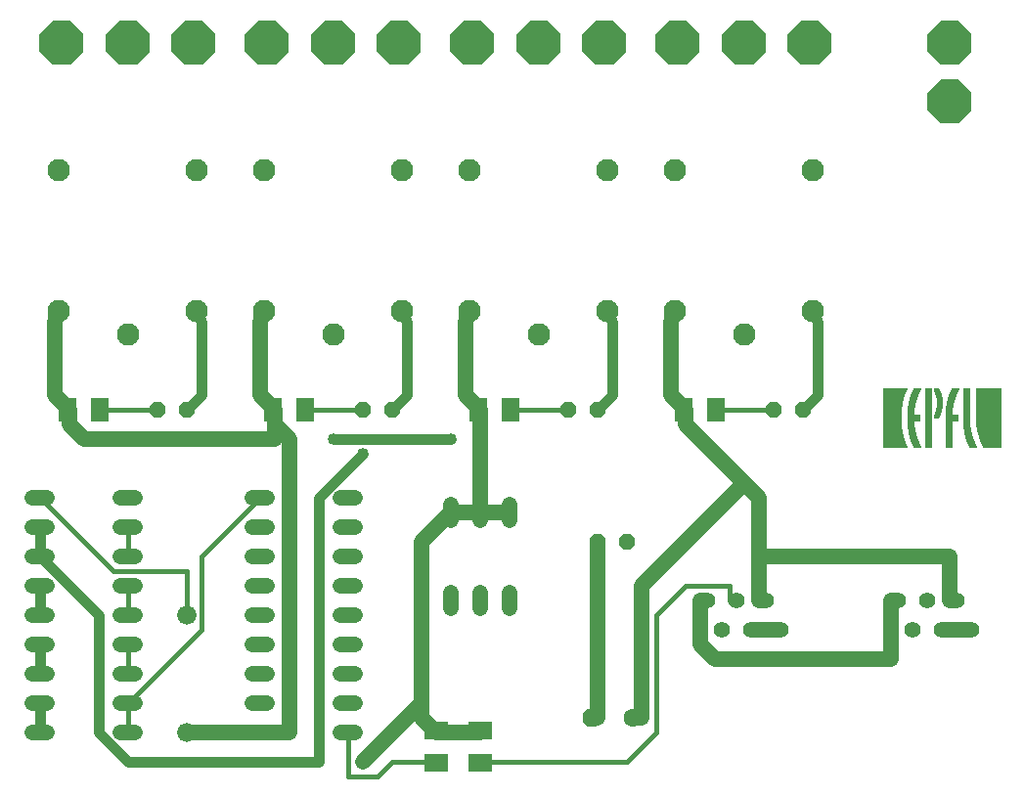
<source format=gtl>
G75*
G70*
%OFA0B0*%
%FSLAX24Y24*%
%IPPOS*%
%LPD*%
%AMOC8*
5,1,8,0,0,1.08239X$1,22.5*
%
%ADD10C,0.0010*%
%ADD11R,0.0630X0.0787*%
%ADD12OC8,0.0520*%
%ADD13C,0.0554*%
%ADD14C,0.0520*%
%ADD15C,0.0660*%
%ADD16OC8,0.0630*%
%ADD17C,0.0630*%
%ADD18R,0.0787X0.0630*%
%ADD19C,0.0768*%
%ADD20OC8,0.1500*%
%ADD21C,0.0540*%
%ADD22C,0.0400*%
%ADD23C,0.0180*%
%ADD24C,0.0360*%
D10*
X034332Y011944D02*
X034332Y013944D01*
X035132Y013944D01*
X035046Y013707D01*
X034983Y013464D01*
X034945Y013215D01*
X034932Y012964D01*
X034932Y012924D01*
X034945Y012673D01*
X034983Y012424D01*
X035046Y012180D01*
X035132Y011944D01*
X034332Y011944D01*
X034332Y011951D02*
X035129Y011951D01*
X035126Y011960D02*
X034332Y011960D01*
X034332Y011968D02*
X035123Y011968D01*
X035120Y011977D02*
X034332Y011977D01*
X034332Y011985D02*
X035117Y011985D01*
X035114Y011994D02*
X034332Y011994D01*
X034332Y012002D02*
X035110Y012002D01*
X035107Y012011D02*
X034332Y012011D01*
X034332Y012019D02*
X035104Y012019D01*
X035101Y012028D02*
X034332Y012028D01*
X034332Y012036D02*
X035098Y012036D01*
X035095Y012045D02*
X034332Y012045D01*
X034332Y012053D02*
X035092Y012053D01*
X035089Y012062D02*
X034332Y012062D01*
X034332Y012070D02*
X035086Y012070D01*
X035083Y012079D02*
X034332Y012079D01*
X034332Y012087D02*
X035080Y012087D01*
X035076Y012096D02*
X034332Y012096D01*
X034332Y012104D02*
X035073Y012104D01*
X035070Y012113D02*
X034332Y012113D01*
X034332Y012121D02*
X035067Y012121D01*
X035064Y012130D02*
X034332Y012130D01*
X034332Y012138D02*
X035061Y012138D01*
X035058Y012147D02*
X034332Y012147D01*
X034332Y012155D02*
X035055Y012155D01*
X035052Y012164D02*
X034332Y012164D01*
X034332Y012172D02*
X035049Y012172D01*
X035046Y012181D02*
X034332Y012181D01*
X034332Y012189D02*
X035043Y012189D01*
X035041Y012198D02*
X034332Y012198D01*
X034332Y012206D02*
X035039Y012206D01*
X035037Y012215D02*
X034332Y012215D01*
X034332Y012223D02*
X035035Y012223D01*
X035033Y012232D02*
X034332Y012232D01*
X034332Y012240D02*
X035030Y012240D01*
X035028Y012249D02*
X034332Y012249D01*
X034332Y012257D02*
X035026Y012257D01*
X035024Y012266D02*
X034332Y012266D01*
X034332Y012274D02*
X035022Y012274D01*
X035019Y012283D02*
X034332Y012283D01*
X034332Y012291D02*
X035017Y012291D01*
X035015Y012300D02*
X034332Y012300D01*
X034332Y012308D02*
X035013Y012308D01*
X035011Y012317D02*
X034332Y012317D01*
X034332Y012325D02*
X035009Y012325D01*
X035006Y012334D02*
X034332Y012334D01*
X034332Y012342D02*
X035004Y012342D01*
X035002Y012351D02*
X034332Y012351D01*
X034332Y012359D02*
X035000Y012359D01*
X034998Y012368D02*
X034332Y012368D01*
X034332Y012376D02*
X034996Y012376D01*
X034993Y012385D02*
X034332Y012385D01*
X034332Y012393D02*
X034991Y012393D01*
X034989Y012402D02*
X034332Y012402D01*
X034332Y012410D02*
X034987Y012410D01*
X034985Y012419D02*
X034332Y012419D01*
X034332Y012427D02*
X034983Y012427D01*
X034982Y012436D02*
X034332Y012436D01*
X034332Y012444D02*
X034980Y012444D01*
X034979Y012453D02*
X034332Y012453D01*
X034332Y012461D02*
X034978Y012461D01*
X034976Y012470D02*
X034332Y012470D01*
X034332Y012478D02*
X034975Y012478D01*
X034974Y012487D02*
X034332Y012487D01*
X034332Y012495D02*
X034972Y012495D01*
X034971Y012504D02*
X034332Y012504D01*
X034332Y012512D02*
X034970Y012512D01*
X034969Y012521D02*
X034332Y012521D01*
X034332Y012529D02*
X034967Y012529D01*
X034966Y012538D02*
X034332Y012538D01*
X034332Y012546D02*
X034965Y012546D01*
X034963Y012555D02*
X034332Y012555D01*
X034332Y012563D02*
X034962Y012563D01*
X034961Y012572D02*
X034332Y012572D01*
X034332Y012580D02*
X034959Y012580D01*
X034958Y012589D02*
X034332Y012589D01*
X034332Y012597D02*
X034957Y012597D01*
X034955Y012606D02*
X034332Y012606D01*
X034332Y012614D02*
X034954Y012614D01*
X034953Y012623D02*
X034332Y012623D01*
X034332Y012631D02*
X034952Y012631D01*
X034950Y012640D02*
X034332Y012640D01*
X034332Y012648D02*
X034949Y012648D01*
X034948Y012657D02*
X034332Y012657D01*
X034332Y012665D02*
X034946Y012665D01*
X034945Y012674D02*
X034332Y012674D01*
X034332Y012682D02*
X034945Y012682D01*
X034944Y012691D02*
X034332Y012691D01*
X034332Y012699D02*
X034944Y012699D01*
X034943Y012708D02*
X034332Y012708D01*
X034332Y012716D02*
X034943Y012716D01*
X034942Y012725D02*
X034332Y012725D01*
X034332Y012733D02*
X034942Y012733D01*
X034941Y012742D02*
X034332Y012742D01*
X034332Y012750D02*
X034941Y012750D01*
X034941Y012759D02*
X034332Y012759D01*
X034332Y012767D02*
X034940Y012767D01*
X034940Y012776D02*
X034332Y012776D01*
X034332Y012784D02*
X034939Y012784D01*
X034939Y012793D02*
X034332Y012793D01*
X034332Y012801D02*
X034938Y012801D01*
X034938Y012810D02*
X034332Y012810D01*
X034332Y012818D02*
X034937Y012818D01*
X034937Y012827D02*
X034332Y012827D01*
X034332Y012835D02*
X034936Y012835D01*
X034936Y012844D02*
X034332Y012844D01*
X034332Y012852D02*
X034936Y012852D01*
X034935Y012861D02*
X034332Y012861D01*
X034332Y012869D02*
X034935Y012869D01*
X034934Y012878D02*
X034332Y012878D01*
X034332Y012886D02*
X034934Y012886D01*
X034933Y012895D02*
X034332Y012895D01*
X034332Y012903D02*
X034933Y012903D01*
X034932Y012912D02*
X034332Y012912D01*
X034332Y012920D02*
X034932Y012920D01*
X034932Y012929D02*
X034332Y012929D01*
X034332Y012937D02*
X034932Y012937D01*
X034932Y012946D02*
X034332Y012946D01*
X034332Y012954D02*
X034932Y012954D01*
X034932Y012963D02*
X034332Y012963D01*
X034332Y012971D02*
X034932Y012971D01*
X034932Y012980D02*
X034332Y012980D01*
X034332Y012988D02*
X034933Y012988D01*
X034933Y012997D02*
X034332Y012997D01*
X034332Y013005D02*
X034934Y013005D01*
X034934Y013014D02*
X034332Y013014D01*
X034332Y013022D02*
X034935Y013022D01*
X034935Y013031D02*
X034332Y013031D01*
X034332Y013039D02*
X034936Y013039D01*
X034936Y013048D02*
X034332Y013048D01*
X034332Y013056D02*
X034937Y013056D01*
X034937Y013065D02*
X034332Y013065D01*
X034332Y013073D02*
X034938Y013073D01*
X034938Y013082D02*
X034332Y013082D01*
X034332Y013090D02*
X034938Y013090D01*
X034939Y013099D02*
X034332Y013099D01*
X034332Y013107D02*
X034939Y013107D01*
X034940Y013116D02*
X034332Y013116D01*
X034332Y013124D02*
X034940Y013124D01*
X034941Y013133D02*
X034332Y013133D01*
X034332Y013141D02*
X034941Y013141D01*
X034942Y013150D02*
X034332Y013150D01*
X034332Y013158D02*
X034942Y013158D01*
X034943Y013167D02*
X034332Y013167D01*
X034332Y013175D02*
X034943Y013175D01*
X034943Y013184D02*
X034332Y013184D01*
X034332Y013192D02*
X034944Y013192D01*
X034944Y013201D02*
X034332Y013201D01*
X034332Y013209D02*
X034945Y013209D01*
X034946Y013218D02*
X034332Y013218D01*
X034332Y013226D02*
X034947Y013226D01*
X034948Y013235D02*
X034332Y013235D01*
X034332Y013243D02*
X034949Y013243D01*
X034951Y013252D02*
X034332Y013252D01*
X034332Y013260D02*
X034952Y013260D01*
X034953Y013269D02*
X034332Y013269D01*
X034332Y013277D02*
X034955Y013277D01*
X034956Y013286D02*
X034332Y013286D01*
X034332Y013294D02*
X034957Y013294D01*
X034959Y013303D02*
X034332Y013303D01*
X034332Y013311D02*
X034960Y013311D01*
X034961Y013320D02*
X034332Y013320D01*
X034332Y013328D02*
X034963Y013328D01*
X034964Y013337D02*
X034332Y013337D01*
X034332Y013345D02*
X034965Y013345D01*
X034966Y013354D02*
X034332Y013354D01*
X034332Y013362D02*
X034968Y013362D01*
X034969Y013371D02*
X034332Y013371D01*
X034332Y013379D02*
X034970Y013379D01*
X034972Y013388D02*
X034332Y013388D01*
X034332Y013396D02*
X034973Y013396D01*
X034974Y013405D02*
X034332Y013405D01*
X034332Y013413D02*
X034976Y013413D01*
X034977Y013422D02*
X034332Y013422D01*
X034332Y013430D02*
X034978Y013430D01*
X034979Y013439D02*
X034332Y013439D01*
X034332Y013447D02*
X034981Y013447D01*
X034982Y013456D02*
X034332Y013456D01*
X034332Y013464D02*
X034983Y013464D01*
X034986Y013473D02*
X034332Y013473D01*
X034332Y013481D02*
X034988Y013481D01*
X034990Y013490D02*
X034332Y013490D01*
X034332Y013498D02*
X034992Y013498D01*
X034994Y013507D02*
X034332Y013507D01*
X034332Y013515D02*
X034996Y013515D01*
X034999Y013524D02*
X034332Y013524D01*
X034332Y013532D02*
X035001Y013532D01*
X035003Y013541D02*
X034332Y013541D01*
X034332Y013549D02*
X035005Y013549D01*
X035007Y013558D02*
X034332Y013558D01*
X034332Y013566D02*
X035010Y013566D01*
X035012Y013575D02*
X034332Y013575D01*
X034332Y013583D02*
X035014Y013583D01*
X035016Y013592D02*
X034332Y013592D01*
X034332Y013600D02*
X035018Y013600D01*
X035020Y013609D02*
X034332Y013609D01*
X034332Y013617D02*
X035023Y013617D01*
X035025Y013626D02*
X034332Y013626D01*
X034332Y013634D02*
X035027Y013634D01*
X035029Y013643D02*
X034332Y013643D01*
X034332Y013651D02*
X035031Y013651D01*
X035033Y013660D02*
X034332Y013660D01*
X034332Y013668D02*
X035036Y013668D01*
X035038Y013677D02*
X034332Y013677D01*
X034332Y013685D02*
X035040Y013685D01*
X035042Y013694D02*
X034332Y013694D01*
X034332Y013702D02*
X035044Y013702D01*
X035047Y013711D02*
X034332Y013711D01*
X034332Y013719D02*
X035050Y013719D01*
X035053Y013728D02*
X034332Y013728D01*
X034332Y013736D02*
X035056Y013736D01*
X035059Y013745D02*
X034332Y013745D01*
X034332Y013753D02*
X035062Y013753D01*
X035065Y013762D02*
X034332Y013762D01*
X034332Y013770D02*
X035068Y013770D01*
X035072Y013779D02*
X034332Y013779D01*
X034332Y013787D02*
X035075Y013787D01*
X035078Y013796D02*
X034332Y013796D01*
X034332Y013804D02*
X035081Y013804D01*
X035084Y013813D02*
X034332Y013813D01*
X034332Y013821D02*
X035087Y013821D01*
X035090Y013830D02*
X034332Y013830D01*
X034332Y013838D02*
X035093Y013838D01*
X035096Y013847D02*
X034332Y013847D01*
X034332Y013855D02*
X035099Y013855D01*
X035102Y013864D02*
X034332Y013864D01*
X034332Y013872D02*
X035106Y013872D01*
X035109Y013881D02*
X034332Y013881D01*
X034332Y013889D02*
X035112Y013889D01*
X035115Y013898D02*
X034332Y013898D01*
X034332Y013906D02*
X035118Y013906D01*
X035121Y013915D02*
X034332Y013915D01*
X034332Y013923D02*
X035124Y013923D01*
X035127Y013932D02*
X034332Y013932D01*
X034332Y013940D02*
X035130Y013940D01*
X035353Y013847D02*
X035568Y013847D01*
X035572Y013855D02*
X035356Y013855D01*
X035360Y013864D02*
X035576Y013864D01*
X035580Y013872D02*
X035363Y013872D01*
X035366Y013881D02*
X035583Y013881D01*
X035587Y013889D02*
X035370Y013889D01*
X035373Y013898D02*
X035591Y013898D01*
X035595Y013906D02*
X035376Y013906D01*
X035380Y013915D02*
X035599Y013915D01*
X035602Y013923D02*
X035383Y013923D01*
X035387Y013932D02*
X035606Y013932D01*
X035610Y013940D02*
X035390Y013940D01*
X035391Y013944D02*
X035612Y013944D01*
X035516Y013730D01*
X035444Y013507D01*
X035395Y013277D01*
X035198Y013277D01*
X035197Y013269D02*
X035394Y013269D01*
X035395Y013277D02*
X035372Y013044D01*
X035572Y013044D01*
X035572Y012844D01*
X035372Y012844D01*
X035395Y012611D01*
X035444Y012381D01*
X035516Y012158D01*
X035612Y011944D01*
X035391Y011944D01*
X035298Y012179D01*
X035230Y012422D01*
X035188Y012671D01*
X035172Y012924D01*
X035172Y012944D01*
X035186Y013201D01*
X035227Y013456D01*
X035296Y013704D01*
X035391Y013944D01*
X035349Y013838D02*
X035564Y013838D01*
X035561Y013830D02*
X035346Y013830D01*
X035343Y013821D02*
X035557Y013821D01*
X035553Y013813D02*
X035339Y013813D01*
X035336Y013804D02*
X035549Y013804D01*
X035545Y013796D02*
X035332Y013796D01*
X035329Y013787D02*
X035542Y013787D01*
X035538Y013779D02*
X035326Y013779D01*
X035322Y013770D02*
X035534Y013770D01*
X035530Y013762D02*
X035319Y013762D01*
X035316Y013753D02*
X035526Y013753D01*
X035523Y013745D02*
X035312Y013745D01*
X035309Y013736D02*
X035519Y013736D01*
X035515Y013728D02*
X035305Y013728D01*
X035302Y013719D02*
X035512Y013719D01*
X035510Y013711D02*
X035299Y013711D01*
X035296Y013702D02*
X035507Y013702D01*
X035504Y013694D02*
X035293Y013694D01*
X035291Y013685D02*
X035501Y013685D01*
X035499Y013677D02*
X035288Y013677D01*
X035286Y013668D02*
X035496Y013668D01*
X035493Y013660D02*
X035284Y013660D01*
X035281Y013651D02*
X035490Y013651D01*
X035488Y013643D02*
X035279Y013643D01*
X035277Y013634D02*
X035485Y013634D01*
X035482Y013626D02*
X035274Y013626D01*
X035272Y013617D02*
X035479Y013617D01*
X035477Y013609D02*
X035270Y013609D01*
X035267Y013600D02*
X035474Y013600D01*
X035471Y013592D02*
X035265Y013592D01*
X035263Y013583D02*
X035468Y013583D01*
X035466Y013575D02*
X035260Y013575D01*
X035258Y013566D02*
X035463Y013566D01*
X035460Y013558D02*
X035255Y013558D01*
X035253Y013549D02*
X035457Y013549D01*
X035455Y013541D02*
X035251Y013541D01*
X035248Y013532D02*
X035452Y013532D01*
X035449Y013524D02*
X035246Y013524D01*
X035244Y013515D02*
X035446Y013515D01*
X035444Y013507D02*
X035241Y013507D01*
X035239Y013498D02*
X035442Y013498D01*
X035440Y013490D02*
X035237Y013490D01*
X035234Y013481D02*
X035438Y013481D01*
X035436Y013473D02*
X035232Y013473D01*
X035230Y013464D02*
X035435Y013464D01*
X035433Y013456D02*
X035227Y013456D01*
X035226Y013447D02*
X035431Y013447D01*
X035429Y013439D02*
X035224Y013439D01*
X035223Y013430D02*
X035427Y013430D01*
X035426Y013422D02*
X035222Y013422D01*
X035220Y013413D02*
X035424Y013413D01*
X035422Y013405D02*
X035219Y013405D01*
X035217Y013396D02*
X035420Y013396D01*
X035419Y013388D02*
X035216Y013388D01*
X035215Y013379D02*
X035417Y013379D01*
X035415Y013371D02*
X035213Y013371D01*
X035212Y013362D02*
X035413Y013362D01*
X035411Y013354D02*
X035211Y013354D01*
X035209Y013345D02*
X035410Y013345D01*
X035408Y013337D02*
X035208Y013337D01*
X035206Y013328D02*
X035406Y013328D01*
X035404Y013320D02*
X035205Y013320D01*
X035204Y013311D02*
X035402Y013311D01*
X035401Y013303D02*
X035202Y013303D01*
X035201Y013294D02*
X035399Y013294D01*
X035397Y013286D02*
X035199Y013286D01*
X035195Y013260D02*
X035394Y013260D01*
X035393Y013252D02*
X035194Y013252D01*
X035192Y013243D02*
X035392Y013243D01*
X035391Y013235D02*
X035191Y013235D01*
X035190Y013226D02*
X035390Y013226D01*
X035389Y013218D02*
X035188Y013218D01*
X035187Y013209D02*
X035388Y013209D01*
X035388Y013201D02*
X035186Y013201D01*
X035185Y013192D02*
X035387Y013192D01*
X035386Y013184D02*
X035185Y013184D01*
X035184Y013175D02*
X035385Y013175D01*
X035384Y013167D02*
X035184Y013167D01*
X035183Y013158D02*
X035383Y013158D01*
X035382Y013150D02*
X035183Y013150D01*
X035182Y013141D02*
X035382Y013141D01*
X035381Y013133D02*
X035182Y013133D01*
X035181Y013124D02*
X035380Y013124D01*
X035379Y013116D02*
X035181Y013116D01*
X035181Y013107D02*
X035378Y013107D01*
X035377Y013099D02*
X035180Y013099D01*
X035180Y013090D02*
X035376Y013090D01*
X035376Y013082D02*
X035179Y013082D01*
X035179Y013073D02*
X035375Y013073D01*
X035374Y013065D02*
X035178Y013065D01*
X035178Y013056D02*
X035373Y013056D01*
X035372Y013048D02*
X035177Y013048D01*
X035177Y013039D02*
X035572Y013039D01*
X035572Y013031D02*
X035176Y013031D01*
X035176Y013022D02*
X035572Y013022D01*
X035572Y013014D02*
X035176Y013014D01*
X035175Y013005D02*
X035572Y013005D01*
X035572Y012997D02*
X035175Y012997D01*
X035174Y012988D02*
X035572Y012988D01*
X035572Y012980D02*
X035174Y012980D01*
X035173Y012971D02*
X035572Y012971D01*
X035572Y012963D02*
X035173Y012963D01*
X035172Y012954D02*
X035572Y012954D01*
X035572Y012946D02*
X035172Y012946D01*
X035172Y012937D02*
X035572Y012937D01*
X035572Y012929D02*
X035172Y012929D01*
X035172Y012920D02*
X035572Y012920D01*
X035572Y012912D02*
X035173Y012912D01*
X035173Y012903D02*
X035572Y012903D01*
X035572Y012895D02*
X035174Y012895D01*
X035174Y012886D02*
X035572Y012886D01*
X035572Y012878D02*
X035175Y012878D01*
X035175Y012869D02*
X035572Y012869D01*
X035572Y012861D02*
X035176Y012861D01*
X035176Y012852D02*
X035572Y012852D01*
X035772Y012852D02*
X035972Y012852D01*
X035972Y012844D02*
X035772Y012844D01*
X035772Y012835D02*
X035972Y012835D01*
X035972Y012827D02*
X035772Y012827D01*
X035772Y012818D02*
X035972Y012818D01*
X035972Y012810D02*
X035772Y012810D01*
X035772Y012801D02*
X035972Y012801D01*
X035972Y012793D02*
X035772Y012793D01*
X035772Y012784D02*
X035972Y012784D01*
X035972Y012776D02*
X035772Y012776D01*
X035772Y012767D02*
X035972Y012767D01*
X035972Y012759D02*
X035772Y012759D01*
X035772Y012750D02*
X035972Y012750D01*
X035972Y012742D02*
X035772Y012742D01*
X035772Y012733D02*
X035972Y012733D01*
X035972Y012725D02*
X035772Y012725D01*
X035772Y012716D02*
X035972Y012716D01*
X035972Y012708D02*
X035772Y012708D01*
X035772Y012699D02*
X035972Y012699D01*
X035972Y012691D02*
X035772Y012691D01*
X035772Y012682D02*
X035972Y012682D01*
X035972Y012674D02*
X035772Y012674D01*
X035772Y012665D02*
X035972Y012665D01*
X035972Y012657D02*
X035772Y012657D01*
X035772Y012648D02*
X035972Y012648D01*
X035972Y012640D02*
X035772Y012640D01*
X035772Y012631D02*
X035972Y012631D01*
X035972Y012623D02*
X035772Y012623D01*
X035772Y012614D02*
X035972Y012614D01*
X035972Y012606D02*
X035772Y012606D01*
X035772Y012597D02*
X035972Y012597D01*
X035972Y012589D02*
X035772Y012589D01*
X035772Y012580D02*
X035972Y012580D01*
X035972Y012572D02*
X035772Y012572D01*
X035772Y012563D02*
X035972Y012563D01*
X035972Y012555D02*
X035772Y012555D01*
X035772Y012546D02*
X035972Y012546D01*
X035972Y012538D02*
X035772Y012538D01*
X035772Y012529D02*
X035972Y012529D01*
X035972Y012521D02*
X035772Y012521D01*
X035772Y012512D02*
X035972Y012512D01*
X035972Y012504D02*
X035772Y012504D01*
X035772Y012495D02*
X035972Y012495D01*
X035972Y012487D02*
X035772Y012487D01*
X035772Y012478D02*
X035972Y012478D01*
X035972Y012470D02*
X035772Y012470D01*
X035772Y012461D02*
X035972Y012461D01*
X035972Y012453D02*
X035772Y012453D01*
X035772Y012444D02*
X035972Y012444D01*
X035972Y012436D02*
X035772Y012436D01*
X035772Y012427D02*
X035972Y012427D01*
X035972Y012419D02*
X035772Y012419D01*
X035772Y012410D02*
X035972Y012410D01*
X035972Y012402D02*
X035772Y012402D01*
X035772Y012393D02*
X035972Y012393D01*
X035972Y012385D02*
X035772Y012385D01*
X035772Y012376D02*
X035972Y012376D01*
X035972Y012368D02*
X035772Y012368D01*
X035772Y012359D02*
X035972Y012359D01*
X035972Y012351D02*
X035772Y012351D01*
X035772Y012342D02*
X035972Y012342D01*
X035972Y012334D02*
X035772Y012334D01*
X035772Y012325D02*
X035972Y012325D01*
X035972Y012317D02*
X035772Y012317D01*
X035772Y012308D02*
X035972Y012308D01*
X035972Y012300D02*
X035772Y012300D01*
X035772Y012291D02*
X035972Y012291D01*
X035972Y012283D02*
X035772Y012283D01*
X035772Y012274D02*
X035972Y012274D01*
X035972Y012266D02*
X035772Y012266D01*
X035772Y012257D02*
X035972Y012257D01*
X035972Y012249D02*
X035772Y012249D01*
X035772Y012240D02*
X035972Y012240D01*
X035972Y012232D02*
X035772Y012232D01*
X035772Y012223D02*
X035972Y012223D01*
X035972Y012215D02*
X035772Y012215D01*
X035772Y012206D02*
X035972Y012206D01*
X035972Y012198D02*
X035772Y012198D01*
X035772Y012189D02*
X035972Y012189D01*
X035972Y012181D02*
X035772Y012181D01*
X035772Y012172D02*
X035972Y012172D01*
X035972Y012164D02*
X035772Y012164D01*
X035772Y012155D02*
X035972Y012155D01*
X035972Y012147D02*
X035772Y012147D01*
X035772Y012138D02*
X035972Y012138D01*
X035972Y012130D02*
X035772Y012130D01*
X035772Y012121D02*
X035972Y012121D01*
X035972Y012113D02*
X035772Y012113D01*
X035772Y012104D02*
X035972Y012104D01*
X035972Y012096D02*
X035772Y012096D01*
X035772Y012087D02*
X035972Y012087D01*
X035972Y012079D02*
X035772Y012079D01*
X035772Y012070D02*
X035972Y012070D01*
X035972Y012062D02*
X035772Y012062D01*
X035772Y012053D02*
X035972Y012053D01*
X035972Y012045D02*
X035772Y012045D01*
X035772Y012036D02*
X035972Y012036D01*
X035972Y012028D02*
X035772Y012028D01*
X035772Y012019D02*
X035972Y012019D01*
X035972Y012011D02*
X035772Y012011D01*
X035772Y012002D02*
X035972Y012002D01*
X035972Y011994D02*
X035772Y011994D01*
X035772Y011985D02*
X035972Y011985D01*
X035972Y011977D02*
X035772Y011977D01*
X035772Y011968D02*
X035972Y011968D01*
X035972Y011960D02*
X035772Y011960D01*
X035772Y011951D02*
X035972Y011951D01*
X035972Y011944D02*
X035972Y013944D01*
X035772Y013944D01*
X035772Y011944D01*
X035972Y011944D01*
X035608Y011951D02*
X035389Y011951D01*
X035385Y011960D02*
X035605Y011960D01*
X035601Y011968D02*
X035382Y011968D01*
X035378Y011977D02*
X035597Y011977D01*
X035593Y011985D02*
X035375Y011985D01*
X035372Y011994D02*
X035589Y011994D01*
X035586Y012002D02*
X035368Y012002D01*
X035365Y012011D02*
X035582Y012011D01*
X035578Y012019D02*
X035362Y012019D01*
X035358Y012028D02*
X035574Y012028D01*
X035570Y012036D02*
X035355Y012036D01*
X035351Y012045D02*
X035567Y012045D01*
X035563Y012053D02*
X035348Y012053D01*
X035345Y012062D02*
X035559Y012062D01*
X035555Y012070D02*
X035341Y012070D01*
X035338Y012079D02*
X035551Y012079D01*
X035548Y012087D02*
X035335Y012087D01*
X035331Y012096D02*
X035544Y012096D01*
X035540Y012104D02*
X035328Y012104D01*
X035324Y012113D02*
X035536Y012113D01*
X035532Y012121D02*
X035321Y012121D01*
X035318Y012130D02*
X035529Y012130D01*
X035525Y012138D02*
X035314Y012138D01*
X035311Y012147D02*
X035521Y012147D01*
X035517Y012155D02*
X035307Y012155D01*
X035304Y012164D02*
X035514Y012164D01*
X035511Y012172D02*
X035301Y012172D01*
X035298Y012181D02*
X035509Y012181D01*
X035506Y012189D02*
X035295Y012189D01*
X035293Y012198D02*
X035503Y012198D01*
X035500Y012206D02*
X035290Y012206D01*
X035288Y012215D02*
X035498Y012215D01*
X035495Y012223D02*
X035286Y012223D01*
X035283Y012232D02*
X035492Y012232D01*
X035489Y012240D02*
X035281Y012240D01*
X035278Y012249D02*
X035486Y012249D01*
X035484Y012257D02*
X035276Y012257D01*
X035274Y012266D02*
X035481Y012266D01*
X035478Y012274D02*
X035271Y012274D01*
X035269Y012283D02*
X035475Y012283D01*
X035473Y012291D02*
X035267Y012291D01*
X035264Y012300D02*
X035470Y012300D01*
X035467Y012308D02*
X035262Y012308D01*
X035259Y012317D02*
X035464Y012317D01*
X035462Y012325D02*
X035257Y012325D01*
X035255Y012334D02*
X035459Y012334D01*
X035456Y012342D02*
X035252Y012342D01*
X035250Y012351D02*
X035453Y012351D01*
X035451Y012359D02*
X035248Y012359D01*
X035245Y012368D02*
X035448Y012368D01*
X035445Y012376D02*
X035243Y012376D01*
X035240Y012385D02*
X035443Y012385D01*
X035441Y012393D02*
X035238Y012393D01*
X035236Y012402D02*
X035439Y012402D01*
X035437Y012410D02*
X035233Y012410D01*
X035231Y012419D02*
X035436Y012419D01*
X035434Y012427D02*
X035229Y012427D01*
X035228Y012436D02*
X035432Y012436D01*
X035430Y012444D02*
X035226Y012444D01*
X035225Y012453D02*
X035429Y012453D01*
X035427Y012461D02*
X035223Y012461D01*
X035222Y012470D02*
X035425Y012470D01*
X035423Y012478D02*
X035220Y012478D01*
X035219Y012487D02*
X035421Y012487D01*
X035420Y012495D02*
X035217Y012495D01*
X035216Y012504D02*
X035418Y012504D01*
X035416Y012512D02*
X035215Y012512D01*
X035213Y012521D02*
X035414Y012521D01*
X035412Y012529D02*
X035212Y012529D01*
X035210Y012538D02*
X035411Y012538D01*
X035409Y012546D02*
X035209Y012546D01*
X035207Y012555D02*
X035407Y012555D01*
X035405Y012563D02*
X035206Y012563D01*
X035205Y012572D02*
X035404Y012572D01*
X035402Y012580D02*
X035203Y012580D01*
X035202Y012589D02*
X035400Y012589D01*
X035398Y012597D02*
X035200Y012597D01*
X035199Y012606D02*
X035396Y012606D01*
X035395Y012614D02*
X035197Y012614D01*
X035196Y012623D02*
X035394Y012623D01*
X035393Y012631D02*
X035194Y012631D01*
X035193Y012640D02*
X035392Y012640D01*
X035392Y012648D02*
X035192Y012648D01*
X035190Y012657D02*
X035391Y012657D01*
X035390Y012665D02*
X035189Y012665D01*
X035187Y012674D02*
X035389Y012674D01*
X035388Y012682D02*
X035187Y012682D01*
X035186Y012691D02*
X035387Y012691D01*
X035386Y012699D02*
X035186Y012699D01*
X035185Y012708D02*
X035386Y012708D01*
X035385Y012716D02*
X035185Y012716D01*
X035184Y012725D02*
X035384Y012725D01*
X035383Y012733D02*
X035184Y012733D01*
X035183Y012742D02*
X035382Y012742D01*
X035381Y012750D02*
X035183Y012750D01*
X035182Y012759D02*
X035380Y012759D01*
X035380Y012767D02*
X035182Y012767D01*
X035181Y012776D02*
X035379Y012776D01*
X035378Y012784D02*
X035181Y012784D01*
X035180Y012793D02*
X035377Y012793D01*
X035376Y012801D02*
X035179Y012801D01*
X035179Y012810D02*
X035375Y012810D01*
X035374Y012818D02*
X035178Y012818D01*
X035178Y012827D02*
X035374Y012827D01*
X035373Y012835D02*
X035177Y012835D01*
X035177Y012844D02*
X035372Y012844D01*
X035772Y012861D02*
X035972Y012861D01*
X035972Y012869D02*
X035772Y012869D01*
X035772Y012878D02*
X035972Y012878D01*
X035972Y012886D02*
X035772Y012886D01*
X035772Y012895D02*
X035972Y012895D01*
X035972Y012903D02*
X035772Y012903D01*
X035772Y012912D02*
X035972Y012912D01*
X035972Y012920D02*
X035772Y012920D01*
X035772Y012929D02*
X035972Y012929D01*
X035972Y012937D02*
X035772Y012937D01*
X035772Y012946D02*
X035972Y012946D01*
X035972Y012954D02*
X035772Y012954D01*
X035772Y012963D02*
X035972Y012963D01*
X035972Y012971D02*
X035772Y012971D01*
X035772Y012980D02*
X035972Y012980D01*
X035972Y012988D02*
X035772Y012988D01*
X035772Y012997D02*
X035972Y012997D01*
X035972Y013005D02*
X035772Y013005D01*
X035772Y013014D02*
X035972Y013014D01*
X035972Y013022D02*
X035772Y013022D01*
X035772Y013031D02*
X035972Y013031D01*
X035972Y013039D02*
X035772Y013039D01*
X035772Y013048D02*
X035972Y013048D01*
X035972Y013056D02*
X035772Y013056D01*
X035772Y013065D02*
X035972Y013065D01*
X035972Y013073D02*
X035772Y013073D01*
X035772Y013082D02*
X035972Y013082D01*
X035972Y013090D02*
X035772Y013090D01*
X035772Y013099D02*
X035972Y013099D01*
X035972Y013107D02*
X035772Y013107D01*
X035772Y013116D02*
X035972Y013116D01*
X035972Y013124D02*
X035772Y013124D01*
X035772Y013133D02*
X035972Y013133D01*
X035972Y013141D02*
X035772Y013141D01*
X035772Y013150D02*
X035972Y013150D01*
X035972Y013158D02*
X035772Y013158D01*
X035772Y013167D02*
X035972Y013167D01*
X035972Y013175D02*
X035772Y013175D01*
X035772Y013184D02*
X035972Y013184D01*
X035972Y013192D02*
X035772Y013192D01*
X035772Y013201D02*
X035972Y013201D01*
X035972Y013209D02*
X035772Y013209D01*
X035772Y013218D02*
X035972Y013218D01*
X035972Y013226D02*
X035772Y013226D01*
X035772Y013235D02*
X035972Y013235D01*
X035972Y013243D02*
X035772Y013243D01*
X035772Y013252D02*
X035972Y013252D01*
X035972Y013260D02*
X035772Y013260D01*
X035772Y013269D02*
X035972Y013269D01*
X035972Y013277D02*
X035772Y013277D01*
X035772Y013286D02*
X035972Y013286D01*
X035972Y013294D02*
X035772Y013294D01*
X035772Y013303D02*
X035972Y013303D01*
X035972Y013311D02*
X035772Y013311D01*
X035772Y013320D02*
X035972Y013320D01*
X035972Y013328D02*
X035772Y013328D01*
X035772Y013337D02*
X035972Y013337D01*
X035972Y013345D02*
X035772Y013345D01*
X035772Y013354D02*
X035972Y013354D01*
X035972Y013362D02*
X035772Y013362D01*
X035772Y013371D02*
X035972Y013371D01*
X035972Y013379D02*
X035772Y013379D01*
X035772Y013388D02*
X035972Y013388D01*
X035972Y013396D02*
X035772Y013396D01*
X035772Y013405D02*
X035972Y013405D01*
X035972Y013413D02*
X035772Y013413D01*
X035772Y013422D02*
X035972Y013422D01*
X035972Y013430D02*
X035772Y013430D01*
X035772Y013439D02*
X035972Y013439D01*
X035972Y013447D02*
X035772Y013447D01*
X035772Y013456D02*
X035972Y013456D01*
X035972Y013464D02*
X035772Y013464D01*
X035772Y013473D02*
X035972Y013473D01*
X035972Y013481D02*
X035772Y013481D01*
X035772Y013490D02*
X035972Y013490D01*
X035972Y013498D02*
X035772Y013498D01*
X035772Y013507D02*
X035972Y013507D01*
X035972Y013515D02*
X035772Y013515D01*
X035772Y013524D02*
X035972Y013524D01*
X035972Y013532D02*
X035772Y013532D01*
X035772Y013541D02*
X035972Y013541D01*
X035972Y013549D02*
X035772Y013549D01*
X035772Y013558D02*
X035972Y013558D01*
X035972Y013566D02*
X035772Y013566D01*
X035772Y013575D02*
X035972Y013575D01*
X035972Y013583D02*
X035772Y013583D01*
X035772Y013592D02*
X035972Y013592D01*
X035972Y013600D02*
X035772Y013600D01*
X035772Y013609D02*
X035972Y013609D01*
X035972Y013617D02*
X035772Y013617D01*
X035772Y013626D02*
X035972Y013626D01*
X035972Y013634D02*
X035772Y013634D01*
X035772Y013643D02*
X035972Y013643D01*
X035972Y013651D02*
X035772Y013651D01*
X035772Y013660D02*
X035972Y013660D01*
X035972Y013668D02*
X035772Y013668D01*
X035772Y013677D02*
X035972Y013677D01*
X035972Y013685D02*
X035772Y013685D01*
X035772Y013694D02*
X035972Y013694D01*
X035972Y013702D02*
X035772Y013702D01*
X035772Y013711D02*
X035972Y013711D01*
X035972Y013719D02*
X035772Y013719D01*
X035772Y013728D02*
X035972Y013728D01*
X035972Y013736D02*
X035772Y013736D01*
X035772Y013745D02*
X035972Y013745D01*
X035972Y013753D02*
X035772Y013753D01*
X035772Y013762D02*
X035972Y013762D01*
X035972Y013770D02*
X035772Y013770D01*
X035772Y013779D02*
X035972Y013779D01*
X035972Y013787D02*
X035772Y013787D01*
X035772Y013796D02*
X035972Y013796D01*
X035972Y013804D02*
X035772Y013804D01*
X035772Y013813D02*
X035972Y013813D01*
X035972Y013821D02*
X035772Y013821D01*
X035772Y013830D02*
X035972Y013830D01*
X035972Y013838D02*
X035772Y013838D01*
X035772Y013847D02*
X035972Y013847D01*
X035972Y013855D02*
X035772Y013855D01*
X035772Y013864D02*
X035972Y013864D01*
X035972Y013872D02*
X035772Y013872D01*
X035772Y013881D02*
X035972Y013881D01*
X035972Y013889D02*
X035772Y013889D01*
X035772Y013898D02*
X035972Y013898D01*
X035972Y013906D02*
X035772Y013906D01*
X035772Y013915D02*
X035972Y013915D01*
X035972Y013923D02*
X035772Y013923D01*
X035772Y013932D02*
X035972Y013932D01*
X035972Y013940D02*
X035772Y013940D01*
X036072Y013940D02*
X036213Y013940D01*
X036212Y013944D02*
X036271Y013827D01*
X036315Y013703D01*
X036342Y013575D01*
X036352Y013444D01*
X036342Y013313D01*
X036315Y013185D01*
X036271Y013061D01*
X036212Y012944D01*
X036082Y012944D01*
X036082Y013014D01*
X036129Y013110D01*
X036163Y013212D01*
X036184Y013317D01*
X036191Y013424D01*
X036191Y013464D01*
X036183Y013574D01*
X036159Y013682D01*
X036122Y013786D01*
X036072Y013884D01*
X036072Y013944D01*
X036212Y013944D01*
X036218Y013932D02*
X036072Y013932D01*
X036072Y013923D02*
X036222Y013923D01*
X036226Y013915D02*
X036072Y013915D01*
X036072Y013906D02*
X036231Y013906D01*
X036235Y013898D02*
X036072Y013898D01*
X036072Y013889D02*
X036239Y013889D01*
X036244Y013881D02*
X036074Y013881D01*
X036078Y013872D02*
X036248Y013872D01*
X036252Y013864D02*
X036082Y013864D01*
X036087Y013855D02*
X036257Y013855D01*
X036261Y013847D02*
X036091Y013847D01*
X036095Y013838D02*
X036265Y013838D01*
X036270Y013830D02*
X036100Y013830D01*
X036104Y013821D02*
X036273Y013821D01*
X036276Y013813D02*
X036109Y013813D01*
X036113Y013804D02*
X036279Y013804D01*
X036282Y013796D02*
X036117Y013796D01*
X036122Y013787D02*
X036285Y013787D01*
X036288Y013779D02*
X036125Y013779D01*
X036128Y013770D02*
X036291Y013770D01*
X036294Y013762D02*
X036131Y013762D01*
X036134Y013753D02*
X036297Y013753D01*
X036300Y013745D02*
X036137Y013745D01*
X036140Y013736D02*
X036303Y013736D01*
X036306Y013728D02*
X036143Y013728D01*
X036146Y013719D02*
X036309Y013719D01*
X036312Y013711D02*
X036149Y013711D01*
X036152Y013702D02*
X036315Y013702D01*
X036317Y013694D02*
X036155Y013694D01*
X036158Y013685D02*
X036318Y013685D01*
X036320Y013677D02*
X036161Y013677D01*
X036162Y013668D02*
X036322Y013668D01*
X036324Y013660D02*
X036164Y013660D01*
X036166Y013651D02*
X036326Y013651D01*
X036327Y013643D02*
X036168Y013643D01*
X036170Y013634D02*
X036329Y013634D01*
X036331Y013626D02*
X036172Y013626D01*
X036173Y013617D02*
X036333Y013617D01*
X036335Y013609D02*
X036175Y013609D01*
X036177Y013600D02*
X036336Y013600D01*
X036338Y013592D02*
X036179Y013592D01*
X036181Y013583D02*
X036340Y013583D01*
X036342Y013575D02*
X036183Y013575D01*
X036183Y013566D02*
X036342Y013566D01*
X036343Y013558D02*
X036184Y013558D01*
X036185Y013549D02*
X036344Y013549D01*
X036344Y013541D02*
X036185Y013541D01*
X036186Y013532D02*
X036345Y013532D01*
X036346Y013524D02*
X036187Y013524D01*
X036187Y013515D02*
X036346Y013515D01*
X036347Y013507D02*
X036188Y013507D01*
X036189Y013498D02*
X036348Y013498D01*
X036348Y013490D02*
X036189Y013490D01*
X036190Y013481D02*
X036349Y013481D01*
X036350Y013473D02*
X036191Y013473D01*
X036191Y013464D02*
X036350Y013464D01*
X036351Y013456D02*
X036191Y013456D01*
X036191Y013447D02*
X036351Y013447D01*
X036351Y013439D02*
X036191Y013439D01*
X036191Y013430D02*
X036351Y013430D01*
X036350Y013422D02*
X036191Y013422D01*
X036191Y013413D02*
X036349Y013413D01*
X036349Y013405D02*
X036190Y013405D01*
X036190Y013396D02*
X036348Y013396D01*
X036347Y013388D02*
X036189Y013388D01*
X036188Y013379D02*
X036347Y013379D01*
X036346Y013371D02*
X036188Y013371D01*
X036187Y013362D02*
X036345Y013362D01*
X036345Y013354D02*
X036187Y013354D01*
X036186Y013345D02*
X036344Y013345D01*
X036344Y013337D02*
X036185Y013337D01*
X036185Y013328D02*
X036343Y013328D01*
X036342Y013320D02*
X036184Y013320D01*
X036183Y013311D02*
X036341Y013311D01*
X036340Y013303D02*
X036181Y013303D01*
X036179Y013294D02*
X036338Y013294D01*
X036336Y013286D02*
X036178Y013286D01*
X036176Y013277D02*
X036334Y013277D01*
X036332Y013269D02*
X036174Y013269D01*
X036173Y013260D02*
X036331Y013260D01*
X036329Y013252D02*
X036171Y013252D01*
X036169Y013243D02*
X036327Y013243D01*
X036325Y013235D02*
X036167Y013235D01*
X036166Y013226D02*
X036323Y013226D01*
X036322Y013218D02*
X036164Y013218D01*
X036162Y013209D02*
X036320Y013209D01*
X036318Y013201D02*
X036159Y013201D01*
X036156Y013192D02*
X036316Y013192D01*
X036314Y013184D02*
X036153Y013184D01*
X036150Y013175D02*
X036311Y013175D01*
X036308Y013167D02*
X036148Y013167D01*
X036145Y013158D02*
X036305Y013158D01*
X036302Y013150D02*
X036142Y013150D01*
X036139Y013141D02*
X036299Y013141D01*
X036296Y013133D02*
X036136Y013133D01*
X036133Y013124D02*
X036293Y013124D01*
X036290Y013116D02*
X036130Y013116D01*
X036127Y013107D02*
X036287Y013107D01*
X036284Y013099D02*
X036123Y013099D01*
X036119Y013090D02*
X036281Y013090D01*
X036278Y013082D02*
X036115Y013082D01*
X036110Y013073D02*
X036275Y013073D01*
X036272Y013065D02*
X036106Y013065D01*
X036102Y013056D02*
X036269Y013056D01*
X036264Y013048D02*
X036098Y013048D01*
X036094Y013039D02*
X036260Y013039D01*
X036256Y013031D02*
X036090Y013031D01*
X036086Y013022D02*
X036251Y013022D01*
X036247Y013014D02*
X036082Y013014D01*
X036082Y013005D02*
X036243Y013005D01*
X036238Y012997D02*
X036082Y012997D01*
X036082Y012988D02*
X036234Y012988D01*
X036230Y012980D02*
X036082Y012980D01*
X036082Y012971D02*
X036225Y012971D01*
X036221Y012963D02*
X036082Y012963D01*
X036082Y012954D02*
X036217Y012954D01*
X036212Y012946D02*
X036082Y012946D01*
X036472Y012944D02*
X036486Y013201D01*
X036527Y013456D01*
X036596Y013704D01*
X036691Y013944D01*
X036912Y013944D01*
X036816Y013730D01*
X036744Y013507D01*
X036695Y013277D01*
X036498Y013277D01*
X036497Y013269D02*
X036694Y013269D01*
X036695Y013277D02*
X036672Y013044D01*
X036872Y013044D01*
X036872Y012844D01*
X036672Y012844D01*
X036672Y011944D01*
X036472Y011944D01*
X036472Y012944D01*
X036472Y012946D02*
X036872Y012946D01*
X036872Y012954D02*
X036472Y012954D01*
X036473Y012963D02*
X036872Y012963D01*
X036872Y012971D02*
X036473Y012971D01*
X036474Y012980D02*
X036872Y012980D01*
X036872Y012988D02*
X036474Y012988D01*
X036475Y012997D02*
X036872Y012997D01*
X036872Y013005D02*
X036475Y013005D01*
X036476Y013014D02*
X036872Y013014D01*
X036872Y013022D02*
X036476Y013022D01*
X036476Y013031D02*
X036872Y013031D01*
X036872Y013039D02*
X036477Y013039D01*
X036477Y013048D02*
X036672Y013048D01*
X036673Y013056D02*
X036478Y013056D01*
X036478Y013065D02*
X036674Y013065D01*
X036675Y013073D02*
X036479Y013073D01*
X036479Y013082D02*
X036676Y013082D01*
X036676Y013090D02*
X036480Y013090D01*
X036480Y013099D02*
X036677Y013099D01*
X036678Y013107D02*
X036481Y013107D01*
X036481Y013116D02*
X036679Y013116D01*
X036680Y013124D02*
X036481Y013124D01*
X036482Y013133D02*
X036681Y013133D01*
X036682Y013141D02*
X036482Y013141D01*
X036483Y013150D02*
X036682Y013150D01*
X036683Y013158D02*
X036483Y013158D01*
X036484Y013167D02*
X036684Y013167D01*
X036685Y013175D02*
X036484Y013175D01*
X036485Y013184D02*
X036686Y013184D01*
X036687Y013192D02*
X036485Y013192D01*
X036486Y013201D02*
X036688Y013201D01*
X036688Y013209D02*
X036487Y013209D01*
X036488Y013218D02*
X036689Y013218D01*
X036690Y013226D02*
X036490Y013226D01*
X036491Y013235D02*
X036691Y013235D01*
X036692Y013243D02*
X036492Y013243D01*
X036494Y013252D02*
X036693Y013252D01*
X036694Y013260D02*
X036495Y013260D01*
X036499Y013286D02*
X036697Y013286D01*
X036699Y013294D02*
X036501Y013294D01*
X036502Y013303D02*
X036701Y013303D01*
X036702Y013311D02*
X036504Y013311D01*
X036505Y013320D02*
X036704Y013320D01*
X036706Y013328D02*
X036506Y013328D01*
X036508Y013337D02*
X036708Y013337D01*
X036710Y013345D02*
X036509Y013345D01*
X036511Y013354D02*
X036711Y013354D01*
X036713Y013362D02*
X036512Y013362D01*
X036513Y013371D02*
X036715Y013371D01*
X036717Y013379D02*
X036515Y013379D01*
X036516Y013388D02*
X036719Y013388D01*
X036720Y013396D02*
X036517Y013396D01*
X036519Y013405D02*
X036722Y013405D01*
X036724Y013413D02*
X036520Y013413D01*
X036522Y013422D02*
X036726Y013422D01*
X036727Y013430D02*
X036523Y013430D01*
X036524Y013439D02*
X036729Y013439D01*
X036731Y013447D02*
X036526Y013447D01*
X036527Y013456D02*
X036733Y013456D01*
X036735Y013464D02*
X036530Y013464D01*
X036532Y013473D02*
X036736Y013473D01*
X036738Y013481D02*
X036534Y013481D01*
X036537Y013490D02*
X036740Y013490D01*
X036742Y013498D02*
X036539Y013498D01*
X036541Y013507D02*
X036744Y013507D01*
X036746Y013515D02*
X036544Y013515D01*
X036546Y013524D02*
X036749Y013524D01*
X036752Y013532D02*
X036548Y013532D01*
X036551Y013541D02*
X036755Y013541D01*
X036757Y013549D02*
X036553Y013549D01*
X036555Y013558D02*
X036760Y013558D01*
X036763Y013566D02*
X036558Y013566D01*
X036560Y013575D02*
X036766Y013575D01*
X036768Y013583D02*
X036563Y013583D01*
X036565Y013592D02*
X036771Y013592D01*
X036774Y013600D02*
X036567Y013600D01*
X036570Y013609D02*
X036777Y013609D01*
X036779Y013617D02*
X036572Y013617D01*
X036574Y013626D02*
X036782Y013626D01*
X036785Y013634D02*
X036577Y013634D01*
X036579Y013643D02*
X036788Y013643D01*
X036790Y013651D02*
X036581Y013651D01*
X036584Y013660D02*
X036793Y013660D01*
X036796Y013668D02*
X036586Y013668D01*
X036588Y013677D02*
X036799Y013677D01*
X036801Y013685D02*
X036591Y013685D01*
X036593Y013694D02*
X036804Y013694D01*
X036807Y013702D02*
X036596Y013702D01*
X036599Y013711D02*
X036810Y013711D01*
X036812Y013719D02*
X036602Y013719D01*
X036605Y013728D02*
X036815Y013728D01*
X036819Y013736D02*
X036609Y013736D01*
X036612Y013745D02*
X036823Y013745D01*
X036826Y013753D02*
X036616Y013753D01*
X036619Y013762D02*
X036830Y013762D01*
X036834Y013770D02*
X036622Y013770D01*
X036626Y013779D02*
X036838Y013779D01*
X036842Y013787D02*
X036629Y013787D01*
X036632Y013796D02*
X036845Y013796D01*
X036849Y013804D02*
X036636Y013804D01*
X036639Y013813D02*
X036853Y013813D01*
X036857Y013821D02*
X036643Y013821D01*
X036646Y013830D02*
X036861Y013830D01*
X036864Y013838D02*
X036649Y013838D01*
X036653Y013847D02*
X036868Y013847D01*
X036872Y013855D02*
X036656Y013855D01*
X036660Y013864D02*
X036876Y013864D01*
X036880Y013872D02*
X036663Y013872D01*
X036666Y013881D02*
X036883Y013881D01*
X036887Y013889D02*
X036670Y013889D01*
X036673Y013898D02*
X036891Y013898D01*
X036895Y013906D02*
X036676Y013906D01*
X036680Y013915D02*
X036899Y013915D01*
X036902Y013923D02*
X036683Y013923D01*
X036687Y013932D02*
X036906Y013932D01*
X036910Y013940D02*
X036690Y013940D01*
X037072Y013940D02*
X037272Y013940D01*
X037272Y013944D02*
X037272Y012844D01*
X037295Y012611D01*
X037344Y012381D01*
X037416Y012158D01*
X037512Y011944D01*
X037291Y011944D01*
X037198Y012179D01*
X037130Y012422D01*
X037088Y012671D01*
X037072Y012924D01*
X037072Y013944D01*
X037272Y013944D01*
X037272Y013932D02*
X037072Y013932D01*
X037072Y013923D02*
X037272Y013923D01*
X037272Y013915D02*
X037072Y013915D01*
X037072Y013906D02*
X037272Y013906D01*
X037272Y013898D02*
X037072Y013898D01*
X037072Y013889D02*
X037272Y013889D01*
X037272Y013881D02*
X037072Y013881D01*
X037072Y013872D02*
X037272Y013872D01*
X037272Y013864D02*
X037072Y013864D01*
X037072Y013855D02*
X037272Y013855D01*
X037272Y013847D02*
X037072Y013847D01*
X037072Y013838D02*
X037272Y013838D01*
X037272Y013830D02*
X037072Y013830D01*
X037072Y013821D02*
X037272Y013821D01*
X037272Y013813D02*
X037072Y013813D01*
X037072Y013804D02*
X037272Y013804D01*
X037272Y013796D02*
X037072Y013796D01*
X037072Y013787D02*
X037272Y013787D01*
X037272Y013779D02*
X037072Y013779D01*
X037072Y013770D02*
X037272Y013770D01*
X037272Y013762D02*
X037072Y013762D01*
X037072Y013753D02*
X037272Y013753D01*
X037272Y013745D02*
X037072Y013745D01*
X037072Y013736D02*
X037272Y013736D01*
X037272Y013728D02*
X037072Y013728D01*
X037072Y013719D02*
X037272Y013719D01*
X037272Y013711D02*
X037072Y013711D01*
X037072Y013702D02*
X037272Y013702D01*
X037272Y013694D02*
X037072Y013694D01*
X037072Y013685D02*
X037272Y013685D01*
X037272Y013677D02*
X037072Y013677D01*
X037072Y013668D02*
X037272Y013668D01*
X037272Y013660D02*
X037072Y013660D01*
X037072Y013651D02*
X037272Y013651D01*
X037272Y013643D02*
X037072Y013643D01*
X037072Y013634D02*
X037272Y013634D01*
X037272Y013626D02*
X037072Y013626D01*
X037072Y013617D02*
X037272Y013617D01*
X037272Y013609D02*
X037072Y013609D01*
X037072Y013600D02*
X037272Y013600D01*
X037272Y013592D02*
X037072Y013592D01*
X037072Y013583D02*
X037272Y013583D01*
X037272Y013575D02*
X037072Y013575D01*
X037072Y013566D02*
X037272Y013566D01*
X037272Y013558D02*
X037072Y013558D01*
X037072Y013549D02*
X037272Y013549D01*
X037272Y013541D02*
X037072Y013541D01*
X037072Y013532D02*
X037272Y013532D01*
X037272Y013524D02*
X037072Y013524D01*
X037072Y013515D02*
X037272Y013515D01*
X037272Y013507D02*
X037072Y013507D01*
X037072Y013498D02*
X037272Y013498D01*
X037272Y013490D02*
X037072Y013490D01*
X037072Y013481D02*
X037272Y013481D01*
X037272Y013473D02*
X037072Y013473D01*
X037072Y013464D02*
X037272Y013464D01*
X037272Y013456D02*
X037072Y013456D01*
X037072Y013447D02*
X037272Y013447D01*
X037272Y013439D02*
X037072Y013439D01*
X037072Y013430D02*
X037272Y013430D01*
X037272Y013422D02*
X037072Y013422D01*
X037072Y013413D02*
X037272Y013413D01*
X037272Y013405D02*
X037072Y013405D01*
X037072Y013396D02*
X037272Y013396D01*
X037272Y013388D02*
X037072Y013388D01*
X037072Y013379D02*
X037272Y013379D01*
X037272Y013371D02*
X037072Y013371D01*
X037072Y013362D02*
X037272Y013362D01*
X037272Y013354D02*
X037072Y013354D01*
X037072Y013345D02*
X037272Y013345D01*
X037272Y013337D02*
X037072Y013337D01*
X037072Y013328D02*
X037272Y013328D01*
X037272Y013320D02*
X037072Y013320D01*
X037072Y013311D02*
X037272Y013311D01*
X037272Y013303D02*
X037072Y013303D01*
X037072Y013294D02*
X037272Y013294D01*
X037272Y013286D02*
X037072Y013286D01*
X037072Y013277D02*
X037272Y013277D01*
X037272Y013269D02*
X037072Y013269D01*
X037072Y013260D02*
X037272Y013260D01*
X037272Y013252D02*
X037072Y013252D01*
X037072Y013243D02*
X037272Y013243D01*
X037272Y013235D02*
X037072Y013235D01*
X037072Y013226D02*
X037272Y013226D01*
X037272Y013218D02*
X037072Y013218D01*
X037072Y013209D02*
X037272Y013209D01*
X037272Y013201D02*
X037072Y013201D01*
X037072Y013192D02*
X037272Y013192D01*
X037272Y013184D02*
X037072Y013184D01*
X037072Y013175D02*
X037272Y013175D01*
X037272Y013167D02*
X037072Y013167D01*
X037072Y013158D02*
X037272Y013158D01*
X037272Y013150D02*
X037072Y013150D01*
X037072Y013141D02*
X037272Y013141D01*
X037272Y013133D02*
X037072Y013133D01*
X037072Y013124D02*
X037272Y013124D01*
X037272Y013116D02*
X037072Y013116D01*
X037072Y013107D02*
X037272Y013107D01*
X037272Y013099D02*
X037072Y013099D01*
X037072Y013090D02*
X037272Y013090D01*
X037272Y013082D02*
X037072Y013082D01*
X037072Y013073D02*
X037272Y013073D01*
X037272Y013065D02*
X037072Y013065D01*
X037072Y013056D02*
X037272Y013056D01*
X037272Y013048D02*
X037072Y013048D01*
X037072Y013039D02*
X037272Y013039D01*
X037272Y013031D02*
X037072Y013031D01*
X037072Y013022D02*
X037272Y013022D01*
X037272Y013014D02*
X037072Y013014D01*
X037072Y013005D02*
X037272Y013005D01*
X037272Y012997D02*
X037072Y012997D01*
X037072Y012988D02*
X037272Y012988D01*
X037272Y012980D02*
X037072Y012980D01*
X037072Y012971D02*
X037272Y012971D01*
X037272Y012963D02*
X037072Y012963D01*
X037072Y012954D02*
X037272Y012954D01*
X037272Y012946D02*
X037072Y012946D01*
X037072Y012937D02*
X037272Y012937D01*
X037272Y012929D02*
X037072Y012929D01*
X037072Y012920D02*
X037272Y012920D01*
X037272Y012912D02*
X037073Y012912D01*
X037073Y012903D02*
X037272Y012903D01*
X037272Y012895D02*
X037074Y012895D01*
X037074Y012886D02*
X037272Y012886D01*
X037272Y012878D02*
X037075Y012878D01*
X037075Y012869D02*
X037272Y012869D01*
X037272Y012861D02*
X037076Y012861D01*
X037076Y012852D02*
X037272Y012852D01*
X037272Y012844D02*
X037077Y012844D01*
X037077Y012835D02*
X037273Y012835D01*
X037274Y012827D02*
X037078Y012827D01*
X037078Y012818D02*
X037274Y012818D01*
X037275Y012810D02*
X037079Y012810D01*
X037079Y012801D02*
X037276Y012801D01*
X037277Y012793D02*
X037080Y012793D01*
X037081Y012784D02*
X037278Y012784D01*
X037279Y012776D02*
X037081Y012776D01*
X037082Y012767D02*
X037280Y012767D01*
X037280Y012759D02*
X037082Y012759D01*
X037083Y012750D02*
X037281Y012750D01*
X037282Y012742D02*
X037083Y012742D01*
X037084Y012733D02*
X037283Y012733D01*
X037284Y012725D02*
X037084Y012725D01*
X037085Y012716D02*
X037285Y012716D01*
X037286Y012708D02*
X037085Y012708D01*
X037086Y012699D02*
X037286Y012699D01*
X037287Y012691D02*
X037086Y012691D01*
X037087Y012682D02*
X037288Y012682D01*
X037289Y012674D02*
X037087Y012674D01*
X037089Y012665D02*
X037290Y012665D01*
X037291Y012657D02*
X037090Y012657D01*
X037092Y012648D02*
X037292Y012648D01*
X037292Y012640D02*
X037093Y012640D01*
X037094Y012631D02*
X037293Y012631D01*
X037294Y012623D02*
X037096Y012623D01*
X037097Y012614D02*
X037295Y012614D01*
X037296Y012606D02*
X037099Y012606D01*
X037100Y012597D02*
X037298Y012597D01*
X037300Y012589D02*
X037102Y012589D01*
X037103Y012580D02*
X037302Y012580D01*
X037304Y012572D02*
X037105Y012572D01*
X037106Y012563D02*
X037305Y012563D01*
X037307Y012555D02*
X037107Y012555D01*
X037109Y012546D02*
X037309Y012546D01*
X037311Y012538D02*
X037110Y012538D01*
X037112Y012529D02*
X037312Y012529D01*
X037314Y012521D02*
X037113Y012521D01*
X037115Y012512D02*
X037316Y012512D01*
X037318Y012504D02*
X037116Y012504D01*
X037117Y012495D02*
X037320Y012495D01*
X037321Y012487D02*
X037119Y012487D01*
X037120Y012478D02*
X037323Y012478D01*
X037325Y012470D02*
X037122Y012470D01*
X037123Y012461D02*
X037327Y012461D01*
X037329Y012453D02*
X037125Y012453D01*
X037126Y012444D02*
X037330Y012444D01*
X037332Y012436D02*
X037128Y012436D01*
X037129Y012427D02*
X037334Y012427D01*
X037336Y012419D02*
X037131Y012419D01*
X037133Y012410D02*
X037337Y012410D01*
X037339Y012402D02*
X037136Y012402D01*
X037138Y012393D02*
X037341Y012393D01*
X037343Y012385D02*
X037140Y012385D01*
X037143Y012376D02*
X037345Y012376D01*
X037348Y012368D02*
X037145Y012368D01*
X037148Y012359D02*
X037351Y012359D01*
X037353Y012351D02*
X037150Y012351D01*
X037152Y012342D02*
X037356Y012342D01*
X037359Y012334D02*
X037155Y012334D01*
X037157Y012325D02*
X037362Y012325D01*
X037364Y012317D02*
X037159Y012317D01*
X037162Y012308D02*
X037367Y012308D01*
X037370Y012300D02*
X037164Y012300D01*
X037167Y012291D02*
X037373Y012291D01*
X037375Y012283D02*
X037169Y012283D01*
X037171Y012274D02*
X037378Y012274D01*
X037381Y012266D02*
X037174Y012266D01*
X037176Y012257D02*
X037384Y012257D01*
X037386Y012249D02*
X037178Y012249D01*
X037181Y012240D02*
X037389Y012240D01*
X037392Y012232D02*
X037183Y012232D01*
X037186Y012223D02*
X037395Y012223D01*
X037398Y012215D02*
X037188Y012215D01*
X037190Y012206D02*
X037400Y012206D01*
X037403Y012198D02*
X037193Y012198D01*
X037195Y012189D02*
X037406Y012189D01*
X037409Y012181D02*
X037198Y012181D01*
X037201Y012172D02*
X037411Y012172D01*
X037414Y012164D02*
X037204Y012164D01*
X037207Y012155D02*
X037417Y012155D01*
X037421Y012147D02*
X037211Y012147D01*
X037214Y012138D02*
X037425Y012138D01*
X037429Y012130D02*
X037218Y012130D01*
X037221Y012121D02*
X037432Y012121D01*
X037436Y012113D02*
X037224Y012113D01*
X037228Y012104D02*
X037440Y012104D01*
X037444Y012096D02*
X037231Y012096D01*
X037235Y012087D02*
X037448Y012087D01*
X037451Y012079D02*
X037238Y012079D01*
X037241Y012070D02*
X037455Y012070D01*
X037459Y012062D02*
X037245Y012062D01*
X037248Y012053D02*
X037463Y012053D01*
X037467Y012045D02*
X037251Y012045D01*
X037255Y012036D02*
X037470Y012036D01*
X037474Y012028D02*
X037258Y012028D01*
X037262Y012019D02*
X037478Y012019D01*
X037482Y012011D02*
X037265Y012011D01*
X037268Y012002D02*
X037486Y012002D01*
X037489Y011994D02*
X037272Y011994D01*
X037275Y011985D02*
X037493Y011985D01*
X037497Y011977D02*
X037278Y011977D01*
X037282Y011968D02*
X037501Y011968D01*
X037505Y011960D02*
X037285Y011960D01*
X037289Y011951D02*
X037508Y011951D01*
X037711Y012036D02*
X038332Y012036D01*
X038332Y012028D02*
X037715Y012028D01*
X037719Y012019D02*
X038332Y012019D01*
X038332Y012011D02*
X037722Y012011D01*
X037726Y012002D02*
X038332Y012002D01*
X038332Y011994D02*
X037730Y011994D01*
X037734Y011985D02*
X038332Y011985D01*
X038332Y011977D02*
X037737Y011977D01*
X037741Y011968D02*
X038332Y011968D01*
X038332Y011960D02*
X037745Y011960D01*
X037749Y011951D02*
X038332Y011951D01*
X038332Y011944D02*
X037752Y011944D01*
X037649Y012177D01*
X037575Y012420D01*
X037529Y012670D01*
X037512Y012924D01*
X037512Y013944D01*
X038332Y013944D01*
X038332Y011944D01*
X038332Y012045D02*
X037707Y012045D01*
X037704Y012053D02*
X038332Y012053D01*
X038332Y012062D02*
X037700Y012062D01*
X037696Y012070D02*
X038332Y012070D01*
X038332Y012079D02*
X037693Y012079D01*
X037689Y012087D02*
X038332Y012087D01*
X038332Y012096D02*
X037685Y012096D01*
X037681Y012104D02*
X038332Y012104D01*
X038332Y012113D02*
X037678Y012113D01*
X037674Y012121D02*
X038332Y012121D01*
X038332Y012130D02*
X037670Y012130D01*
X037666Y012138D02*
X038332Y012138D01*
X038332Y012147D02*
X037663Y012147D01*
X037659Y012155D02*
X038332Y012155D01*
X038332Y012164D02*
X037655Y012164D01*
X037651Y012172D02*
X038332Y012172D01*
X038332Y012181D02*
X037648Y012181D01*
X037646Y012189D02*
X038332Y012189D01*
X038332Y012198D02*
X037643Y012198D01*
X037640Y012206D02*
X038332Y012206D01*
X038332Y012215D02*
X037638Y012215D01*
X037635Y012223D02*
X038332Y012223D01*
X038332Y012232D02*
X037633Y012232D01*
X037630Y012240D02*
X038332Y012240D01*
X038332Y012249D02*
X037627Y012249D01*
X037625Y012257D02*
X038332Y012257D01*
X038332Y012266D02*
X037622Y012266D01*
X037620Y012274D02*
X038332Y012274D01*
X038332Y012283D02*
X037617Y012283D01*
X037614Y012291D02*
X038332Y012291D01*
X038332Y012300D02*
X037612Y012300D01*
X037609Y012308D02*
X038332Y012308D01*
X038332Y012317D02*
X037606Y012317D01*
X037604Y012325D02*
X038332Y012325D01*
X038332Y012334D02*
X037601Y012334D01*
X037599Y012342D02*
X038332Y012342D01*
X038332Y012351D02*
X037596Y012351D01*
X037593Y012359D02*
X038332Y012359D01*
X038332Y012368D02*
X037591Y012368D01*
X037588Y012376D02*
X038332Y012376D01*
X038332Y012385D02*
X037586Y012385D01*
X037583Y012393D02*
X038332Y012393D01*
X038332Y012402D02*
X037580Y012402D01*
X037578Y012410D02*
X038332Y012410D01*
X038332Y012419D02*
X037575Y012419D01*
X037573Y012427D02*
X038332Y012427D01*
X038332Y012436D02*
X037572Y012436D01*
X037570Y012444D02*
X038332Y012444D01*
X038332Y012453D02*
X037569Y012453D01*
X037567Y012461D02*
X038332Y012461D01*
X038332Y012470D02*
X037566Y012470D01*
X037564Y012478D02*
X038332Y012478D01*
X038332Y012487D02*
X037562Y012487D01*
X037561Y012495D02*
X038332Y012495D01*
X038332Y012504D02*
X037559Y012504D01*
X037558Y012512D02*
X038332Y012512D01*
X038332Y012521D02*
X037556Y012521D01*
X037555Y012529D02*
X038332Y012529D01*
X038332Y012538D02*
X037553Y012538D01*
X037551Y012546D02*
X038332Y012546D01*
X038332Y012555D02*
X037550Y012555D01*
X037548Y012563D02*
X038332Y012563D01*
X038332Y012572D02*
X037547Y012572D01*
X037545Y012580D02*
X038332Y012580D01*
X038332Y012589D02*
X037544Y012589D01*
X037542Y012597D02*
X038332Y012597D01*
X038332Y012606D02*
X037540Y012606D01*
X037539Y012614D02*
X038332Y012614D01*
X038332Y012623D02*
X037537Y012623D01*
X037536Y012631D02*
X038332Y012631D01*
X038332Y012640D02*
X037534Y012640D01*
X037533Y012648D02*
X038332Y012648D01*
X038332Y012657D02*
X037531Y012657D01*
X037529Y012665D02*
X038332Y012665D01*
X038332Y012674D02*
X037528Y012674D01*
X037528Y012682D02*
X038332Y012682D01*
X038332Y012691D02*
X037527Y012691D01*
X037527Y012699D02*
X038332Y012699D01*
X038332Y012708D02*
X037526Y012708D01*
X037525Y012716D02*
X038332Y012716D01*
X038332Y012725D02*
X037525Y012725D01*
X037524Y012733D02*
X038332Y012733D01*
X038332Y012742D02*
X037524Y012742D01*
X037523Y012750D02*
X038332Y012750D01*
X038332Y012759D02*
X037523Y012759D01*
X037522Y012767D02*
X038332Y012767D01*
X038332Y012776D02*
X037521Y012776D01*
X037521Y012784D02*
X038332Y012784D01*
X038332Y012793D02*
X037520Y012793D01*
X037520Y012801D02*
X038332Y012801D01*
X038332Y012810D02*
X037519Y012810D01*
X037519Y012818D02*
X038332Y012818D01*
X038332Y012827D02*
X037518Y012827D01*
X037518Y012835D02*
X038332Y012835D01*
X038332Y012844D02*
X037517Y012844D01*
X037516Y012852D02*
X038332Y012852D01*
X038332Y012861D02*
X037516Y012861D01*
X037515Y012869D02*
X038332Y012869D01*
X038332Y012878D02*
X037515Y012878D01*
X037514Y012886D02*
X038332Y012886D01*
X038332Y012895D02*
X037514Y012895D01*
X037513Y012903D02*
X038332Y012903D01*
X038332Y012912D02*
X037512Y012912D01*
X037512Y012920D02*
X038332Y012920D01*
X038332Y012929D02*
X037512Y012929D01*
X037512Y012937D02*
X038332Y012937D01*
X038332Y012946D02*
X037512Y012946D01*
X037512Y012954D02*
X038332Y012954D01*
X038332Y012963D02*
X037512Y012963D01*
X037512Y012971D02*
X038332Y012971D01*
X038332Y012980D02*
X037512Y012980D01*
X037512Y012988D02*
X038332Y012988D01*
X038332Y012997D02*
X037512Y012997D01*
X037512Y013005D02*
X038332Y013005D01*
X038332Y013014D02*
X037512Y013014D01*
X037512Y013022D02*
X038332Y013022D01*
X038332Y013031D02*
X037512Y013031D01*
X037512Y013039D02*
X038332Y013039D01*
X038332Y013048D02*
X037512Y013048D01*
X037512Y013056D02*
X038332Y013056D01*
X038332Y013065D02*
X037512Y013065D01*
X037512Y013073D02*
X038332Y013073D01*
X038332Y013082D02*
X037512Y013082D01*
X037512Y013090D02*
X038332Y013090D01*
X038332Y013099D02*
X037512Y013099D01*
X037512Y013107D02*
X038332Y013107D01*
X038332Y013116D02*
X037512Y013116D01*
X037512Y013124D02*
X038332Y013124D01*
X038332Y013133D02*
X037512Y013133D01*
X037512Y013141D02*
X038332Y013141D01*
X038332Y013150D02*
X037512Y013150D01*
X037512Y013158D02*
X038332Y013158D01*
X038332Y013167D02*
X037512Y013167D01*
X037512Y013175D02*
X038332Y013175D01*
X038332Y013184D02*
X037512Y013184D01*
X037512Y013192D02*
X038332Y013192D01*
X038332Y013201D02*
X037512Y013201D01*
X037512Y013209D02*
X038332Y013209D01*
X038332Y013218D02*
X037512Y013218D01*
X037512Y013226D02*
X038332Y013226D01*
X038332Y013235D02*
X037512Y013235D01*
X037512Y013243D02*
X038332Y013243D01*
X038332Y013252D02*
X037512Y013252D01*
X037512Y013260D02*
X038332Y013260D01*
X038332Y013269D02*
X037512Y013269D01*
X037512Y013277D02*
X038332Y013277D01*
X038332Y013286D02*
X037512Y013286D01*
X037512Y013294D02*
X038332Y013294D01*
X038332Y013303D02*
X037512Y013303D01*
X037512Y013311D02*
X038332Y013311D01*
X038332Y013320D02*
X037512Y013320D01*
X037512Y013328D02*
X038332Y013328D01*
X038332Y013337D02*
X037512Y013337D01*
X037512Y013345D02*
X038332Y013345D01*
X038332Y013354D02*
X037512Y013354D01*
X037512Y013362D02*
X038332Y013362D01*
X038332Y013371D02*
X037512Y013371D01*
X037512Y013379D02*
X038332Y013379D01*
X038332Y013388D02*
X037512Y013388D01*
X037512Y013396D02*
X038332Y013396D01*
X038332Y013405D02*
X037512Y013405D01*
X037512Y013413D02*
X038332Y013413D01*
X038332Y013422D02*
X037512Y013422D01*
X037512Y013430D02*
X038332Y013430D01*
X038332Y013439D02*
X037512Y013439D01*
X037512Y013447D02*
X038332Y013447D01*
X038332Y013456D02*
X037512Y013456D01*
X037512Y013464D02*
X038332Y013464D01*
X038332Y013473D02*
X037512Y013473D01*
X037512Y013481D02*
X038332Y013481D01*
X038332Y013490D02*
X037512Y013490D01*
X037512Y013498D02*
X038332Y013498D01*
X038332Y013507D02*
X037512Y013507D01*
X037512Y013515D02*
X038332Y013515D01*
X038332Y013524D02*
X037512Y013524D01*
X037512Y013532D02*
X038332Y013532D01*
X038332Y013541D02*
X037512Y013541D01*
X037512Y013549D02*
X038332Y013549D01*
X038332Y013558D02*
X037512Y013558D01*
X037512Y013566D02*
X038332Y013566D01*
X038332Y013575D02*
X037512Y013575D01*
X037512Y013583D02*
X038332Y013583D01*
X038332Y013592D02*
X037512Y013592D01*
X037512Y013600D02*
X038332Y013600D01*
X038332Y013609D02*
X037512Y013609D01*
X037512Y013617D02*
X038332Y013617D01*
X038332Y013626D02*
X037512Y013626D01*
X037512Y013634D02*
X038332Y013634D01*
X038332Y013643D02*
X037512Y013643D01*
X037512Y013651D02*
X038332Y013651D01*
X038332Y013660D02*
X037512Y013660D01*
X037512Y013668D02*
X038332Y013668D01*
X038332Y013677D02*
X037512Y013677D01*
X037512Y013685D02*
X038332Y013685D01*
X038332Y013694D02*
X037512Y013694D01*
X037512Y013702D02*
X038332Y013702D01*
X038332Y013711D02*
X037512Y013711D01*
X037512Y013719D02*
X038332Y013719D01*
X038332Y013728D02*
X037512Y013728D01*
X037512Y013736D02*
X038332Y013736D01*
X038332Y013745D02*
X037512Y013745D01*
X037512Y013753D02*
X038332Y013753D01*
X038332Y013762D02*
X037512Y013762D01*
X037512Y013770D02*
X038332Y013770D01*
X038332Y013779D02*
X037512Y013779D01*
X037512Y013787D02*
X038332Y013787D01*
X038332Y013796D02*
X037512Y013796D01*
X037512Y013804D02*
X038332Y013804D01*
X038332Y013813D02*
X037512Y013813D01*
X037512Y013821D02*
X038332Y013821D01*
X038332Y013830D02*
X037512Y013830D01*
X037512Y013838D02*
X038332Y013838D01*
X038332Y013847D02*
X037512Y013847D01*
X037512Y013855D02*
X038332Y013855D01*
X038332Y013864D02*
X037512Y013864D01*
X037512Y013872D02*
X038332Y013872D01*
X038332Y013881D02*
X037512Y013881D01*
X037512Y013889D02*
X038332Y013889D01*
X038332Y013898D02*
X037512Y013898D01*
X037512Y013906D02*
X038332Y013906D01*
X038332Y013915D02*
X037512Y013915D01*
X037512Y013923D02*
X038332Y013923D01*
X038332Y013932D02*
X037512Y013932D01*
X037512Y013940D02*
X038332Y013940D01*
X036872Y012937D02*
X036472Y012937D01*
X036472Y012929D02*
X036872Y012929D01*
X036872Y012920D02*
X036472Y012920D01*
X036472Y012912D02*
X036872Y012912D01*
X036872Y012903D02*
X036472Y012903D01*
X036472Y012895D02*
X036872Y012895D01*
X036872Y012886D02*
X036472Y012886D01*
X036472Y012878D02*
X036872Y012878D01*
X036872Y012869D02*
X036472Y012869D01*
X036472Y012861D02*
X036872Y012861D01*
X036872Y012852D02*
X036472Y012852D01*
X036472Y012844D02*
X036672Y012844D01*
X036672Y012835D02*
X036472Y012835D01*
X036472Y012827D02*
X036672Y012827D01*
X036672Y012818D02*
X036472Y012818D01*
X036472Y012810D02*
X036672Y012810D01*
X036672Y012801D02*
X036472Y012801D01*
X036472Y012793D02*
X036672Y012793D01*
X036672Y012784D02*
X036472Y012784D01*
X036472Y012776D02*
X036672Y012776D01*
X036672Y012767D02*
X036472Y012767D01*
X036472Y012759D02*
X036672Y012759D01*
X036672Y012750D02*
X036472Y012750D01*
X036472Y012742D02*
X036672Y012742D01*
X036672Y012733D02*
X036472Y012733D01*
X036472Y012725D02*
X036672Y012725D01*
X036672Y012716D02*
X036472Y012716D01*
X036472Y012708D02*
X036672Y012708D01*
X036672Y012699D02*
X036472Y012699D01*
X036472Y012691D02*
X036672Y012691D01*
X036672Y012682D02*
X036472Y012682D01*
X036472Y012674D02*
X036672Y012674D01*
X036672Y012665D02*
X036472Y012665D01*
X036472Y012657D02*
X036672Y012657D01*
X036672Y012648D02*
X036472Y012648D01*
X036472Y012640D02*
X036672Y012640D01*
X036672Y012631D02*
X036472Y012631D01*
X036472Y012623D02*
X036672Y012623D01*
X036672Y012614D02*
X036472Y012614D01*
X036472Y012606D02*
X036672Y012606D01*
X036672Y012597D02*
X036472Y012597D01*
X036472Y012589D02*
X036672Y012589D01*
X036672Y012580D02*
X036472Y012580D01*
X036472Y012572D02*
X036672Y012572D01*
X036672Y012563D02*
X036472Y012563D01*
X036472Y012555D02*
X036672Y012555D01*
X036672Y012546D02*
X036472Y012546D01*
X036472Y012538D02*
X036672Y012538D01*
X036672Y012529D02*
X036472Y012529D01*
X036472Y012521D02*
X036672Y012521D01*
X036672Y012512D02*
X036472Y012512D01*
X036472Y012504D02*
X036672Y012504D01*
X036672Y012495D02*
X036472Y012495D01*
X036472Y012487D02*
X036672Y012487D01*
X036672Y012478D02*
X036472Y012478D01*
X036472Y012470D02*
X036672Y012470D01*
X036672Y012461D02*
X036472Y012461D01*
X036472Y012453D02*
X036672Y012453D01*
X036672Y012444D02*
X036472Y012444D01*
X036472Y012436D02*
X036672Y012436D01*
X036672Y012427D02*
X036472Y012427D01*
X036472Y012419D02*
X036672Y012419D01*
X036672Y012410D02*
X036472Y012410D01*
X036472Y012402D02*
X036672Y012402D01*
X036672Y012393D02*
X036472Y012393D01*
X036472Y012385D02*
X036672Y012385D01*
X036672Y012376D02*
X036472Y012376D01*
X036472Y012368D02*
X036672Y012368D01*
X036672Y012359D02*
X036472Y012359D01*
X036472Y012351D02*
X036672Y012351D01*
X036672Y012342D02*
X036472Y012342D01*
X036472Y012334D02*
X036672Y012334D01*
X036672Y012325D02*
X036472Y012325D01*
X036472Y012317D02*
X036672Y012317D01*
X036672Y012308D02*
X036472Y012308D01*
X036472Y012300D02*
X036672Y012300D01*
X036672Y012291D02*
X036472Y012291D01*
X036472Y012283D02*
X036672Y012283D01*
X036672Y012274D02*
X036472Y012274D01*
X036472Y012266D02*
X036672Y012266D01*
X036672Y012257D02*
X036472Y012257D01*
X036472Y012249D02*
X036672Y012249D01*
X036672Y012240D02*
X036472Y012240D01*
X036472Y012232D02*
X036672Y012232D01*
X036672Y012223D02*
X036472Y012223D01*
X036472Y012215D02*
X036672Y012215D01*
X036672Y012206D02*
X036472Y012206D01*
X036472Y012198D02*
X036672Y012198D01*
X036672Y012189D02*
X036472Y012189D01*
X036472Y012181D02*
X036672Y012181D01*
X036672Y012172D02*
X036472Y012172D01*
X036472Y012164D02*
X036672Y012164D01*
X036672Y012155D02*
X036472Y012155D01*
X036472Y012147D02*
X036672Y012147D01*
X036672Y012138D02*
X036472Y012138D01*
X036472Y012130D02*
X036672Y012130D01*
X036672Y012121D02*
X036472Y012121D01*
X036472Y012113D02*
X036672Y012113D01*
X036672Y012104D02*
X036472Y012104D01*
X036472Y012096D02*
X036672Y012096D01*
X036672Y012087D02*
X036472Y012087D01*
X036472Y012079D02*
X036672Y012079D01*
X036672Y012070D02*
X036472Y012070D01*
X036472Y012062D02*
X036672Y012062D01*
X036672Y012053D02*
X036472Y012053D01*
X036472Y012045D02*
X036672Y012045D01*
X036672Y012036D02*
X036472Y012036D01*
X036472Y012028D02*
X036672Y012028D01*
X036672Y012019D02*
X036472Y012019D01*
X036472Y012011D02*
X036672Y012011D01*
X036672Y012002D02*
X036472Y012002D01*
X036472Y011994D02*
X036672Y011994D01*
X036672Y011985D02*
X036472Y011985D01*
X036472Y011977D02*
X036672Y011977D01*
X036672Y011968D02*
X036472Y011968D01*
X036472Y011960D02*
X036672Y011960D01*
X036672Y011951D02*
X036472Y011951D01*
D11*
X028651Y013204D03*
X027549Y013204D03*
X021651Y013204D03*
X020549Y013204D03*
X014651Y013204D03*
X013549Y013204D03*
X007651Y013204D03*
X006549Y013204D03*
D12*
X009600Y013204D03*
X010600Y013204D03*
X016600Y013204D03*
X017600Y013204D03*
X023600Y013204D03*
X024600Y013204D03*
X024600Y008704D03*
X025600Y008704D03*
X030600Y013204D03*
X031600Y013204D03*
D13*
X030350Y006704D03*
X029350Y006704D03*
X028350Y006704D03*
X028850Y005704D03*
X029850Y005704D03*
X030850Y005704D03*
X034850Y006704D03*
X035850Y006704D03*
X036850Y006704D03*
X036350Y005704D03*
X037350Y005704D03*
X035350Y005704D03*
D14*
X005860Y002204D02*
X005340Y002204D01*
X005340Y003204D02*
X005860Y003204D01*
X005860Y004204D02*
X005340Y004204D01*
X005340Y005204D02*
X005860Y005204D01*
X005860Y006204D02*
X005340Y006204D01*
X005340Y007204D02*
X005860Y007204D01*
X005860Y008204D02*
X005340Y008204D01*
X005340Y009204D02*
X005860Y009204D01*
X005860Y010204D02*
X005340Y010204D01*
X008340Y010204D02*
X008860Y010204D01*
X008860Y009204D02*
X008340Y009204D01*
X008340Y008204D02*
X008860Y008204D01*
X008860Y007204D02*
X008340Y007204D01*
X008340Y006204D02*
X008860Y006204D01*
X008860Y005204D02*
X008340Y005204D01*
X008340Y004204D02*
X008860Y004204D01*
X008860Y003204D02*
X008340Y003204D01*
X008340Y002204D02*
X008860Y002204D01*
X012840Y002204D02*
X013360Y002204D01*
X013360Y003204D02*
X012840Y003204D01*
X012840Y004204D02*
X013360Y004204D01*
X013360Y005204D02*
X012840Y005204D01*
X012840Y006204D02*
X013360Y006204D01*
X013360Y007204D02*
X012840Y007204D01*
X012840Y008204D02*
X013360Y008204D01*
X013360Y009204D02*
X012840Y009204D01*
X012840Y010204D02*
X013360Y010204D01*
X015840Y010204D02*
X016360Y010204D01*
X016360Y009204D02*
X015840Y009204D01*
X015840Y008204D02*
X016360Y008204D01*
X016360Y007204D02*
X015840Y007204D01*
X015840Y006204D02*
X016360Y006204D01*
X016360Y005204D02*
X015840Y005204D01*
X015840Y004204D02*
X016360Y004204D01*
X016360Y003204D02*
X015840Y003204D01*
X015840Y002204D02*
X016360Y002204D01*
X019600Y006444D02*
X019600Y006964D01*
X020600Y006964D02*
X020600Y006444D01*
X021600Y006444D02*
X021600Y006964D01*
X021600Y009444D02*
X021600Y009964D01*
X020600Y009964D02*
X020600Y009444D01*
X019600Y009444D02*
X019600Y009964D01*
D15*
X010600Y006204D03*
X010600Y002204D03*
D16*
X024400Y002704D03*
D17*
X025800Y002704D03*
D18*
X020600Y002255D03*
X020600Y001153D03*
X019100Y001153D03*
X019100Y002255D03*
D19*
X015600Y015779D03*
X013238Y016566D03*
X010962Y016566D03*
X008600Y015779D03*
X006238Y016566D03*
X006238Y021369D03*
X010962Y021369D03*
X013238Y021369D03*
X017962Y021369D03*
X020238Y021369D03*
X024962Y021369D03*
X027238Y021369D03*
X031962Y021369D03*
X031962Y016566D03*
X029600Y015779D03*
X027238Y016566D03*
X024962Y016566D03*
X022600Y015779D03*
X020238Y016566D03*
X017962Y016566D03*
D20*
X017850Y025704D03*
X015600Y025704D03*
X013350Y025704D03*
X010850Y025704D03*
X008600Y025704D03*
X006350Y025704D03*
X020350Y025704D03*
X022600Y025704D03*
X024850Y025704D03*
X027350Y025704D03*
X029600Y025704D03*
X031850Y025704D03*
X036600Y025704D03*
X036600Y023704D03*
D21*
X027238Y016566D02*
X027100Y016204D01*
X027100Y013704D01*
X027600Y013204D01*
X027549Y013204D01*
X027600Y013204D02*
X027600Y012704D01*
X029600Y010704D01*
X026100Y007204D01*
X026100Y002704D01*
X025800Y002704D01*
X024600Y002704D02*
X024400Y002704D01*
X024600Y002704D02*
X024600Y008704D01*
X021600Y009704D02*
X020600Y009704D01*
X020600Y013204D01*
X020549Y013204D01*
X020600Y013204D02*
X020100Y013704D01*
X020100Y016204D01*
X020238Y016566D01*
X014100Y012204D02*
X013600Y012704D01*
X013600Y012204D01*
X007100Y012204D01*
X006600Y012704D01*
X006600Y013204D01*
X006549Y013204D01*
X006600Y013204D02*
X006100Y013704D01*
X006100Y016204D01*
X006238Y016566D01*
X013100Y016204D02*
X013100Y013704D01*
X013600Y013204D01*
X013549Y013204D01*
X013600Y013204D02*
X013600Y012704D01*
X014100Y012204D02*
X014100Y002204D01*
X013100Y002204D01*
X010600Y002204D01*
X016600Y001204D02*
X018600Y003204D01*
X018600Y002704D01*
X019100Y002204D01*
X019100Y002255D01*
X019100Y002204D02*
X020600Y002204D01*
X020600Y002255D01*
X018600Y003204D02*
X018600Y008704D01*
X019600Y009704D01*
X020600Y009704D01*
X028100Y006704D02*
X028100Y005204D01*
X028600Y004704D01*
X034600Y004704D01*
X034600Y006704D01*
X034850Y006704D01*
X036600Y006704D02*
X036850Y006704D01*
X036600Y006704D02*
X036600Y008204D01*
X030100Y008204D01*
X030100Y006704D01*
X030350Y006704D01*
X030850Y005704D02*
X029850Y005704D01*
X028350Y006704D02*
X028100Y006704D01*
X030100Y008204D02*
X030100Y010204D01*
X029600Y010704D01*
X036350Y005704D02*
X037350Y005704D01*
X013100Y016204D02*
X013238Y016566D01*
D22*
X015600Y012204D03*
X016600Y011704D03*
X019600Y012204D03*
X016600Y001204D03*
D23*
X016100Y000704D02*
X016100Y002204D01*
X017100Y000704D02*
X017600Y001204D01*
X019100Y001204D01*
X019100Y001153D01*
X020600Y001204D02*
X020600Y001153D01*
X020600Y001204D02*
X025600Y001204D01*
X026600Y002204D01*
X026600Y006204D01*
X027600Y007204D01*
X029100Y007204D01*
X029100Y006704D01*
X029350Y006704D01*
X028651Y013204D02*
X028600Y013204D01*
X028651Y013204D02*
X030600Y013204D01*
X023600Y013204D02*
X021651Y013204D01*
X021600Y013204D01*
X016600Y013204D02*
X014651Y013204D01*
X014600Y013204D01*
X013100Y010204D02*
X011100Y008204D01*
X011100Y005704D01*
X008600Y003204D01*
X008600Y002204D01*
X008600Y004204D02*
X008600Y005204D01*
X008600Y006204D02*
X008600Y007204D01*
X008100Y007704D02*
X010600Y007704D01*
X010600Y006204D01*
X008100Y007704D02*
X005600Y010204D01*
X008600Y009204D02*
X008600Y008204D01*
X007651Y013204D02*
X007600Y013204D01*
X007651Y013204D02*
X009600Y013204D01*
X016100Y000704D02*
X017100Y000704D01*
D24*
X015100Y001204D02*
X015100Y010204D01*
X016600Y011704D01*
X015600Y012204D02*
X019600Y012204D01*
X018100Y013704D02*
X018100Y016204D01*
X017962Y016566D01*
X018100Y013704D02*
X017600Y013204D01*
X011100Y013704D02*
X010600Y013204D01*
X011100Y013704D02*
X011100Y016204D01*
X010962Y016566D01*
X005600Y009204D02*
X005600Y008204D01*
X007600Y006204D01*
X007600Y002204D01*
X008600Y001204D01*
X015100Y001204D01*
X005600Y002204D02*
X005600Y003204D01*
X005600Y004204D02*
X005600Y005204D01*
X005600Y006204D02*
X005600Y007204D01*
X024600Y013204D02*
X025100Y013704D01*
X025100Y016204D01*
X024962Y016566D01*
X031600Y013204D02*
X032100Y013704D01*
X032100Y016204D01*
X031962Y016566D01*
M02*

</source>
